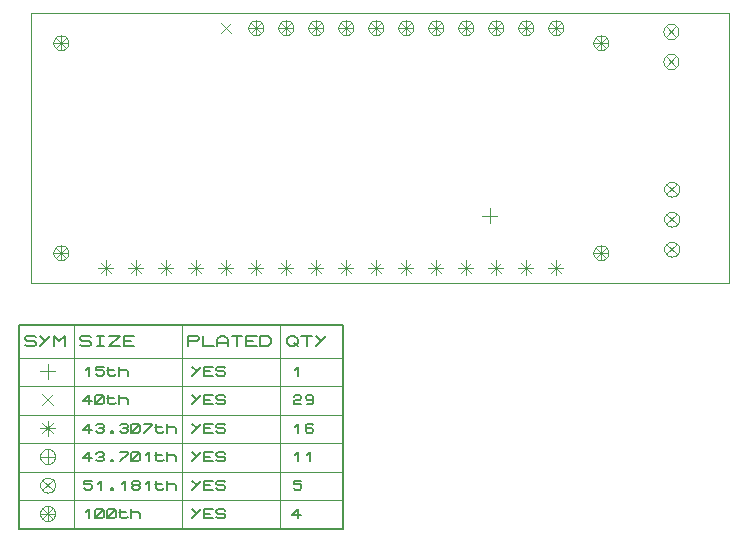
<source format=gbr>
G04 PROTEUS RS274X GERBER FILE*
%FSLAX26Y26*%
%MOIN*%
G01*
%ADD25C,0.004000*%
%ADD35C,0.005000*%
%ADD36C,0.002500*%
D25*
X+2305317Y+478530D02*
X+2305317Y+428530D01*
X+2280317Y+453530D02*
X+2330317Y+453530D01*
X+1008598Y+297496D02*
X+1043953Y+262141D01*
X+1008598Y+262141D02*
X+1043953Y+297496D01*
X+1108598Y+297496D02*
X+1143953Y+262141D01*
X+1108598Y+262141D02*
X+1143953Y+297496D01*
X+1208598Y+297496D02*
X+1243953Y+262141D01*
X+1208598Y+262141D02*
X+1243953Y+297496D01*
X+1308598Y+297496D02*
X+1343953Y+262141D01*
X+1308598Y+262141D02*
X+1343953Y+297496D01*
X+1408598Y+297496D02*
X+1443953Y+262141D01*
X+1408598Y+262141D02*
X+1443953Y+297496D01*
X+1508598Y+297496D02*
X+1543953Y+262141D01*
X+1508598Y+262141D02*
X+1543953Y+297496D01*
X+1608598Y+297496D02*
X+1643953Y+262141D01*
X+1608598Y+262141D02*
X+1643953Y+297496D01*
X+1708598Y+297496D02*
X+1743953Y+262141D01*
X+1708598Y+262141D02*
X+1743953Y+297496D01*
X+1808598Y+297496D02*
X+1843953Y+262141D01*
X+1808598Y+262141D02*
X+1843953Y+297496D01*
X+1908598Y+297496D02*
X+1943953Y+262141D01*
X+1908598Y+262141D02*
X+1943953Y+297496D01*
X+2008598Y+297496D02*
X+2043953Y+262141D01*
X+2008598Y+262141D02*
X+2043953Y+297496D01*
X+2108598Y+297496D02*
X+2143953Y+262141D01*
X+2108598Y+262141D02*
X+2143953Y+297496D01*
X+2208598Y+297496D02*
X+2243953Y+262141D01*
X+2208598Y+262141D02*
X+2243953Y+297496D01*
X+2308598Y+297496D02*
X+2343953Y+262141D01*
X+2308598Y+262141D02*
X+2343953Y+297496D01*
X+2408598Y+297496D02*
X+2443953Y+262141D01*
X+2408598Y+262141D02*
X+2443953Y+297496D01*
X+2508598Y+297496D02*
X+2543953Y+262141D01*
X+2508598Y+262141D02*
X+2543953Y+297496D01*
X+2551276Y+1079819D02*
X+2551191Y+1081884D01*
X+2550496Y+1086016D01*
X+2549042Y+1090148D01*
X+2546669Y+1094280D01*
X+2543038Y+1098367D01*
X+2538906Y+1101394D01*
X+2534774Y+1103330D01*
X+2530642Y+1104435D01*
X+2526510Y+1104818D01*
X+2526276Y+1104819D01*
X+2501276Y+1079819D02*
X+2501361Y+1081884D01*
X+2502056Y+1086016D01*
X+2503510Y+1090148D01*
X+2505883Y+1094280D01*
X+2509514Y+1098367D01*
X+2513646Y+1101394D01*
X+2517778Y+1103330D01*
X+2521910Y+1104435D01*
X+2526042Y+1104818D01*
X+2526276Y+1104819D01*
X+2501276Y+1079819D02*
X+2501361Y+1077754D01*
X+2502056Y+1073622D01*
X+2503510Y+1069490D01*
X+2505883Y+1065358D01*
X+2509514Y+1061271D01*
X+2513646Y+1058244D01*
X+2517778Y+1056308D01*
X+2521910Y+1055203D01*
X+2526042Y+1054820D01*
X+2526276Y+1054819D01*
X+2551276Y+1079819D02*
X+2551191Y+1077754D01*
X+2550496Y+1073622D01*
X+2549042Y+1069490D01*
X+2546669Y+1065358D01*
X+2543038Y+1061271D01*
X+2538906Y+1058244D01*
X+2534774Y+1056308D01*
X+2530642Y+1055203D01*
X+2526510Y+1054820D01*
X+2526276Y+1054819D01*
X+2526276Y+1104819D02*
X+2526276Y+1054819D01*
X+2501276Y+1079819D02*
X+2551276Y+1079819D01*
X+2451276Y+1079819D02*
X+2451191Y+1081884D01*
X+2450496Y+1086016D01*
X+2449042Y+1090148D01*
X+2446669Y+1094280D01*
X+2443038Y+1098367D01*
X+2438906Y+1101394D01*
X+2434774Y+1103330D01*
X+2430642Y+1104435D01*
X+2426510Y+1104818D01*
X+2426276Y+1104819D01*
X+2401276Y+1079819D02*
X+2401361Y+1081884D01*
X+2402056Y+1086016D01*
X+2403510Y+1090148D01*
X+2405883Y+1094280D01*
X+2409514Y+1098367D01*
X+2413646Y+1101394D01*
X+2417778Y+1103330D01*
X+2421910Y+1104435D01*
X+2426042Y+1104818D01*
X+2426276Y+1104819D01*
X+2401276Y+1079819D02*
X+2401361Y+1077754D01*
X+2402056Y+1073622D01*
X+2403510Y+1069490D01*
X+2405883Y+1065358D01*
X+2409514Y+1061271D01*
X+2413646Y+1058244D01*
X+2417778Y+1056308D01*
X+2421910Y+1055203D01*
X+2426042Y+1054820D01*
X+2426276Y+1054819D01*
X+2451276Y+1079819D02*
X+2451191Y+1077754D01*
X+2450496Y+1073622D01*
X+2449042Y+1069490D01*
X+2446669Y+1065358D01*
X+2443038Y+1061271D01*
X+2438906Y+1058244D01*
X+2434774Y+1056308D01*
X+2430642Y+1055203D01*
X+2426510Y+1054820D01*
X+2426276Y+1054819D01*
X+2426276Y+1104819D02*
X+2426276Y+1054819D01*
X+2401276Y+1079819D02*
X+2451276Y+1079819D01*
X+2351276Y+1079819D02*
X+2351191Y+1081884D01*
X+2350496Y+1086016D01*
X+2349042Y+1090148D01*
X+2346669Y+1094280D01*
X+2343038Y+1098367D01*
X+2338906Y+1101394D01*
X+2334774Y+1103330D01*
X+2330642Y+1104435D01*
X+2326510Y+1104818D01*
X+2326276Y+1104819D01*
X+2301276Y+1079819D02*
X+2301361Y+1081884D01*
X+2302056Y+1086016D01*
X+2303510Y+1090148D01*
X+2305883Y+1094280D01*
X+2309514Y+1098367D01*
X+2313646Y+1101394D01*
X+2317778Y+1103330D01*
X+2321910Y+1104435D01*
X+2326042Y+1104818D01*
X+2326276Y+1104819D01*
X+2301276Y+1079819D02*
X+2301361Y+1077754D01*
X+2302056Y+1073622D01*
X+2303510Y+1069490D01*
X+2305883Y+1065358D01*
X+2309514Y+1061271D01*
X+2313646Y+1058244D01*
X+2317778Y+1056308D01*
X+2321910Y+1055203D01*
X+2326042Y+1054820D01*
X+2326276Y+1054819D01*
X+2351276Y+1079819D02*
X+2351191Y+1077754D01*
X+2350496Y+1073622D01*
X+2349042Y+1069490D01*
X+2346669Y+1065358D01*
X+2343038Y+1061271D01*
X+2338906Y+1058244D01*
X+2334774Y+1056308D01*
X+2330642Y+1055203D01*
X+2326510Y+1054820D01*
X+2326276Y+1054819D01*
X+2326276Y+1104819D02*
X+2326276Y+1054819D01*
X+2301276Y+1079819D02*
X+2351276Y+1079819D01*
X+2251276Y+1079819D02*
X+2251191Y+1081884D01*
X+2250496Y+1086016D01*
X+2249042Y+1090148D01*
X+2246669Y+1094280D01*
X+2243038Y+1098367D01*
X+2238906Y+1101394D01*
X+2234774Y+1103330D01*
X+2230642Y+1104435D01*
X+2226510Y+1104818D01*
X+2226276Y+1104819D01*
X+2201276Y+1079819D02*
X+2201361Y+1081884D01*
X+2202056Y+1086016D01*
X+2203510Y+1090148D01*
X+2205883Y+1094280D01*
X+2209514Y+1098367D01*
X+2213646Y+1101394D01*
X+2217778Y+1103330D01*
X+2221910Y+1104435D01*
X+2226042Y+1104818D01*
X+2226276Y+1104819D01*
X+2201276Y+1079819D02*
X+2201361Y+1077754D01*
X+2202056Y+1073622D01*
X+2203510Y+1069490D01*
X+2205883Y+1065358D01*
X+2209514Y+1061271D01*
X+2213646Y+1058244D01*
X+2217778Y+1056308D01*
X+2221910Y+1055203D01*
X+2226042Y+1054820D01*
X+2226276Y+1054819D01*
X+2251276Y+1079819D02*
X+2251191Y+1077754D01*
X+2250496Y+1073622D01*
X+2249042Y+1069490D01*
X+2246669Y+1065358D01*
X+2243038Y+1061271D01*
X+2238906Y+1058244D01*
X+2234774Y+1056308D01*
X+2230642Y+1055203D01*
X+2226510Y+1054820D01*
X+2226276Y+1054819D01*
X+2226276Y+1104819D02*
X+2226276Y+1054819D01*
X+2201276Y+1079819D02*
X+2251276Y+1079819D01*
X+2151276Y+1079819D02*
X+2151191Y+1081884D01*
X+2150496Y+1086016D01*
X+2149042Y+1090148D01*
X+2146669Y+1094280D01*
X+2143038Y+1098367D01*
X+2138906Y+1101394D01*
X+2134774Y+1103330D01*
X+2130642Y+1104435D01*
X+2126510Y+1104818D01*
X+2126276Y+1104819D01*
X+2101276Y+1079819D02*
X+2101361Y+1081884D01*
X+2102056Y+1086016D01*
X+2103510Y+1090148D01*
X+2105883Y+1094280D01*
X+2109514Y+1098367D01*
X+2113646Y+1101394D01*
X+2117778Y+1103330D01*
X+2121910Y+1104435D01*
X+2126042Y+1104818D01*
X+2126276Y+1104819D01*
X+2101276Y+1079819D02*
X+2101361Y+1077754D01*
X+2102056Y+1073622D01*
X+2103510Y+1069490D01*
X+2105883Y+1065358D01*
X+2109514Y+1061271D01*
X+2113646Y+1058244D01*
X+2117778Y+1056308D01*
X+2121910Y+1055203D01*
X+2126042Y+1054820D01*
X+2126276Y+1054819D01*
X+2151276Y+1079819D02*
X+2151191Y+1077754D01*
X+2150496Y+1073622D01*
X+2149042Y+1069490D01*
X+2146669Y+1065358D01*
X+2143038Y+1061271D01*
X+2138906Y+1058244D01*
X+2134774Y+1056308D01*
X+2130642Y+1055203D01*
X+2126510Y+1054820D01*
X+2126276Y+1054819D01*
X+2126276Y+1104819D02*
X+2126276Y+1054819D01*
X+2101276Y+1079819D02*
X+2151276Y+1079819D01*
X+2051276Y+1079819D02*
X+2051191Y+1081884D01*
X+2050496Y+1086016D01*
X+2049042Y+1090148D01*
X+2046669Y+1094280D01*
X+2043038Y+1098367D01*
X+2038906Y+1101394D01*
X+2034774Y+1103330D01*
X+2030642Y+1104435D01*
X+2026510Y+1104818D01*
X+2026276Y+1104819D01*
X+2001276Y+1079819D02*
X+2001361Y+1081884D01*
X+2002056Y+1086016D01*
X+2003510Y+1090148D01*
X+2005883Y+1094280D01*
X+2009514Y+1098367D01*
X+2013646Y+1101394D01*
X+2017778Y+1103330D01*
X+2021910Y+1104435D01*
X+2026042Y+1104818D01*
X+2026276Y+1104819D01*
X+2001276Y+1079819D02*
X+2001361Y+1077754D01*
X+2002056Y+1073622D01*
X+2003510Y+1069490D01*
X+2005883Y+1065358D01*
X+2009514Y+1061271D01*
X+2013646Y+1058244D01*
X+2017778Y+1056308D01*
X+2021910Y+1055203D01*
X+2026042Y+1054820D01*
X+2026276Y+1054819D01*
X+2051276Y+1079819D02*
X+2051191Y+1077754D01*
X+2050496Y+1073622D01*
X+2049042Y+1069490D01*
X+2046669Y+1065358D01*
X+2043038Y+1061271D01*
X+2038906Y+1058244D01*
X+2034774Y+1056308D01*
X+2030642Y+1055203D01*
X+2026510Y+1054820D01*
X+2026276Y+1054819D01*
X+2026276Y+1104819D02*
X+2026276Y+1054819D01*
X+2001276Y+1079819D02*
X+2051276Y+1079819D01*
X+1951276Y+1079819D02*
X+1951191Y+1081884D01*
X+1950496Y+1086016D01*
X+1949042Y+1090148D01*
X+1946669Y+1094280D01*
X+1943038Y+1098367D01*
X+1938906Y+1101394D01*
X+1934774Y+1103330D01*
X+1930642Y+1104435D01*
X+1926510Y+1104818D01*
X+1926276Y+1104819D01*
X+1901276Y+1079819D02*
X+1901361Y+1081884D01*
X+1902056Y+1086016D01*
X+1903510Y+1090148D01*
X+1905883Y+1094280D01*
X+1909514Y+1098367D01*
X+1913646Y+1101394D01*
X+1917778Y+1103330D01*
X+1921910Y+1104435D01*
X+1926042Y+1104818D01*
X+1926276Y+1104819D01*
X+1901276Y+1079819D02*
X+1901361Y+1077754D01*
X+1902056Y+1073622D01*
X+1903510Y+1069490D01*
X+1905883Y+1065358D01*
X+1909514Y+1061271D01*
X+1913646Y+1058244D01*
X+1917778Y+1056308D01*
X+1921910Y+1055203D01*
X+1926042Y+1054820D01*
X+1926276Y+1054819D01*
X+1951276Y+1079819D02*
X+1951191Y+1077754D01*
X+1950496Y+1073622D01*
X+1949042Y+1069490D01*
X+1946669Y+1065358D01*
X+1943038Y+1061271D01*
X+1938906Y+1058244D01*
X+1934774Y+1056308D01*
X+1930642Y+1055203D01*
X+1926510Y+1054820D01*
X+1926276Y+1054819D01*
X+1926276Y+1104819D02*
X+1926276Y+1054819D01*
X+1901276Y+1079819D02*
X+1951276Y+1079819D01*
X+1851276Y+1079819D02*
X+1851191Y+1081884D01*
X+1850496Y+1086016D01*
X+1849042Y+1090148D01*
X+1846669Y+1094280D01*
X+1843038Y+1098367D01*
X+1838906Y+1101394D01*
X+1834774Y+1103330D01*
X+1830642Y+1104435D01*
X+1826510Y+1104818D01*
X+1826276Y+1104819D01*
X+1801276Y+1079819D02*
X+1801361Y+1081884D01*
X+1802056Y+1086016D01*
X+1803510Y+1090148D01*
X+1805883Y+1094280D01*
X+1809514Y+1098367D01*
X+1813646Y+1101394D01*
X+1817778Y+1103330D01*
X+1821910Y+1104435D01*
X+1826042Y+1104818D01*
X+1826276Y+1104819D01*
X+1801276Y+1079819D02*
X+1801361Y+1077754D01*
X+1802056Y+1073622D01*
X+1803510Y+1069490D01*
X+1805883Y+1065358D01*
X+1809514Y+1061271D01*
X+1813646Y+1058244D01*
X+1817778Y+1056308D01*
X+1821910Y+1055203D01*
X+1826042Y+1054820D01*
X+1826276Y+1054819D01*
X+1851276Y+1079819D02*
X+1851191Y+1077754D01*
X+1850496Y+1073622D01*
X+1849042Y+1069490D01*
X+1846669Y+1065358D01*
X+1843038Y+1061271D01*
X+1838906Y+1058244D01*
X+1834774Y+1056308D01*
X+1830642Y+1055203D01*
X+1826510Y+1054820D01*
X+1826276Y+1054819D01*
X+1826276Y+1104819D02*
X+1826276Y+1054819D01*
X+1801276Y+1079819D02*
X+1851276Y+1079819D01*
X+1751276Y+1079819D02*
X+1751191Y+1081884D01*
X+1750496Y+1086016D01*
X+1749042Y+1090148D01*
X+1746669Y+1094280D01*
X+1743038Y+1098367D01*
X+1738906Y+1101394D01*
X+1734774Y+1103330D01*
X+1730642Y+1104435D01*
X+1726510Y+1104818D01*
X+1726276Y+1104819D01*
X+1701276Y+1079819D02*
X+1701361Y+1081884D01*
X+1702056Y+1086016D01*
X+1703510Y+1090148D01*
X+1705883Y+1094280D01*
X+1709514Y+1098367D01*
X+1713646Y+1101394D01*
X+1717778Y+1103330D01*
X+1721910Y+1104435D01*
X+1726042Y+1104818D01*
X+1726276Y+1104819D01*
X+1701276Y+1079819D02*
X+1701361Y+1077754D01*
X+1702056Y+1073622D01*
X+1703510Y+1069490D01*
X+1705883Y+1065358D01*
X+1709514Y+1061271D01*
X+1713646Y+1058244D01*
X+1717778Y+1056308D01*
X+1721910Y+1055203D01*
X+1726042Y+1054820D01*
X+1726276Y+1054819D01*
X+1751276Y+1079819D02*
X+1751191Y+1077754D01*
X+1750496Y+1073622D01*
X+1749042Y+1069490D01*
X+1746669Y+1065358D01*
X+1743038Y+1061271D01*
X+1738906Y+1058244D01*
X+1734774Y+1056308D01*
X+1730642Y+1055203D01*
X+1726510Y+1054820D01*
X+1726276Y+1054819D01*
X+1726276Y+1104819D02*
X+1726276Y+1054819D01*
X+1701276Y+1079819D02*
X+1751276Y+1079819D01*
X+1651276Y+1079819D02*
X+1651191Y+1081884D01*
X+1650496Y+1086016D01*
X+1649042Y+1090148D01*
X+1646669Y+1094280D01*
X+1643038Y+1098367D01*
X+1638906Y+1101394D01*
X+1634774Y+1103330D01*
X+1630642Y+1104435D01*
X+1626510Y+1104818D01*
X+1626276Y+1104819D01*
X+1601276Y+1079819D02*
X+1601361Y+1081884D01*
X+1602056Y+1086016D01*
X+1603510Y+1090148D01*
X+1605883Y+1094280D01*
X+1609514Y+1098367D01*
X+1613646Y+1101394D01*
X+1617778Y+1103330D01*
X+1621910Y+1104435D01*
X+1626042Y+1104818D01*
X+1626276Y+1104819D01*
X+1601276Y+1079819D02*
X+1601361Y+1077754D01*
X+1602056Y+1073622D01*
X+1603510Y+1069490D01*
X+1605883Y+1065358D01*
X+1609514Y+1061271D01*
X+1613646Y+1058244D01*
X+1617778Y+1056308D01*
X+1621910Y+1055203D01*
X+1626042Y+1054820D01*
X+1626276Y+1054819D01*
X+1651276Y+1079819D02*
X+1651191Y+1077754D01*
X+1650496Y+1073622D01*
X+1649042Y+1069490D01*
X+1646669Y+1065358D01*
X+1643038Y+1061271D01*
X+1638906Y+1058244D01*
X+1634774Y+1056308D01*
X+1630642Y+1055203D01*
X+1626510Y+1054820D01*
X+1626276Y+1054819D01*
X+1626276Y+1104819D02*
X+1626276Y+1054819D01*
X+1601276Y+1079819D02*
X+1651276Y+1079819D01*
X+1551276Y+1079819D02*
X+1551191Y+1081884D01*
X+1550496Y+1086016D01*
X+1549042Y+1090148D01*
X+1546669Y+1094280D01*
X+1543038Y+1098367D01*
X+1538906Y+1101394D01*
X+1534774Y+1103330D01*
X+1530642Y+1104435D01*
X+1526510Y+1104818D01*
X+1526276Y+1104819D01*
X+1501276Y+1079819D02*
X+1501361Y+1081884D01*
X+1502056Y+1086016D01*
X+1503510Y+1090148D01*
X+1505883Y+1094280D01*
X+1509514Y+1098367D01*
X+1513646Y+1101394D01*
X+1517778Y+1103330D01*
X+1521910Y+1104435D01*
X+1526042Y+1104818D01*
X+1526276Y+1104819D01*
X+1501276Y+1079819D02*
X+1501361Y+1077754D01*
X+1502056Y+1073622D01*
X+1503510Y+1069490D01*
X+1505883Y+1065358D01*
X+1509514Y+1061271D01*
X+1513646Y+1058244D01*
X+1517778Y+1056308D01*
X+1521910Y+1055203D01*
X+1526042Y+1054820D01*
X+1526276Y+1054819D01*
X+1551276Y+1079819D02*
X+1551191Y+1077754D01*
X+1550496Y+1073622D01*
X+1549042Y+1069490D01*
X+1546669Y+1065358D01*
X+1543038Y+1061271D01*
X+1538906Y+1058244D01*
X+1534774Y+1056308D01*
X+1530642Y+1055203D01*
X+1526510Y+1054820D01*
X+1526276Y+1054819D01*
X+1526276Y+1104819D02*
X+1526276Y+1054819D01*
X+1501276Y+1079819D02*
X+1551276Y+1079819D01*
X+1408598Y+1097496D02*
X+1443953Y+1062141D01*
X+1408598Y+1062141D02*
X+1443953Y+1097496D01*
X+901276Y+329819D02*
X+901191Y+331884D01*
X+900496Y+336016D01*
X+899042Y+340148D01*
X+896669Y+344280D01*
X+893038Y+348367D01*
X+888906Y+351394D01*
X+884774Y+353330D01*
X+880642Y+354435D01*
X+876510Y+354818D01*
X+876276Y+354819D01*
X+851276Y+329819D02*
X+851361Y+331884D01*
X+852056Y+336016D01*
X+853510Y+340148D01*
X+855883Y+344280D01*
X+859514Y+348367D01*
X+863646Y+351394D01*
X+867778Y+353330D01*
X+871910Y+354435D01*
X+876042Y+354818D01*
X+876276Y+354819D01*
X+851276Y+329819D02*
X+851361Y+327754D01*
X+852056Y+323622D01*
X+853510Y+319490D01*
X+855883Y+315358D01*
X+859514Y+311271D01*
X+863646Y+308244D01*
X+867778Y+306308D01*
X+871910Y+305203D01*
X+876042Y+304820D01*
X+876276Y+304819D01*
X+901276Y+329819D02*
X+901191Y+327754D01*
X+900496Y+323622D01*
X+899042Y+319490D01*
X+896669Y+315358D01*
X+893038Y+311271D01*
X+888906Y+308244D01*
X+884774Y+306308D01*
X+880642Y+305203D01*
X+876510Y+304820D01*
X+876276Y+304819D01*
X+876276Y+354819D02*
X+876276Y+304819D01*
X+851276Y+329819D02*
X+901276Y+329819D01*
X+901191Y+331884D01*
X+900496Y+336016D01*
X+899042Y+340148D01*
X+896669Y+344280D01*
X+893038Y+348367D01*
X+888906Y+351394D01*
X+884774Y+353330D01*
X+880642Y+354435D01*
X+876510Y+354818D01*
X+876276Y+354819D01*
X+851276Y+329819D02*
X+851361Y+331884D01*
X+852056Y+336016D01*
X+853510Y+340148D01*
X+855883Y+344280D01*
X+859514Y+348367D01*
X+863646Y+351394D01*
X+867778Y+353330D01*
X+871910Y+354435D01*
X+876042Y+354818D01*
X+876276Y+354819D01*
X+851276Y+329819D02*
X+851361Y+327754D01*
X+852056Y+323622D01*
X+853510Y+319490D01*
X+855883Y+315358D01*
X+859514Y+311271D01*
X+863646Y+308244D01*
X+867778Y+306308D01*
X+871910Y+305203D01*
X+876042Y+304820D01*
X+876276Y+304819D01*
X+901276Y+329819D02*
X+901191Y+327754D01*
X+900496Y+323622D01*
X+899042Y+319490D01*
X+896669Y+315358D01*
X+893038Y+311271D01*
X+888906Y+308244D01*
X+884774Y+306308D01*
X+880642Y+305203D01*
X+876510Y+304820D01*
X+876276Y+304819D01*
X+858598Y+347496D02*
X+893953Y+312141D01*
X+858598Y+312141D02*
X+893953Y+347496D01*
X+901276Y+1029819D02*
X+901191Y+1031884D01*
X+900496Y+1036016D01*
X+899042Y+1040148D01*
X+896669Y+1044280D01*
X+893038Y+1048367D01*
X+888906Y+1051394D01*
X+884774Y+1053330D01*
X+880642Y+1054435D01*
X+876510Y+1054818D01*
X+876276Y+1054819D01*
X+851276Y+1029819D02*
X+851361Y+1031884D01*
X+852056Y+1036016D01*
X+853510Y+1040148D01*
X+855883Y+1044280D01*
X+859514Y+1048367D01*
X+863646Y+1051394D01*
X+867778Y+1053330D01*
X+871910Y+1054435D01*
X+876042Y+1054818D01*
X+876276Y+1054819D01*
X+851276Y+1029819D02*
X+851361Y+1027754D01*
X+852056Y+1023622D01*
X+853510Y+1019490D01*
X+855883Y+1015358D01*
X+859514Y+1011271D01*
X+863646Y+1008244D01*
X+867778Y+1006308D01*
X+871910Y+1005203D01*
X+876042Y+1004820D01*
X+876276Y+1004819D01*
X+901276Y+1029819D02*
X+901191Y+1027754D01*
X+900496Y+1023622D01*
X+899042Y+1019490D01*
X+896669Y+1015358D01*
X+893038Y+1011271D01*
X+888906Y+1008244D01*
X+884774Y+1006308D01*
X+880642Y+1005203D01*
X+876510Y+1004820D01*
X+876276Y+1004819D01*
X+876276Y+1054819D02*
X+876276Y+1004819D01*
X+851276Y+1029819D02*
X+901276Y+1029819D01*
X+901191Y+1031884D01*
X+900496Y+1036016D01*
X+899042Y+1040148D01*
X+896669Y+1044280D01*
X+893038Y+1048367D01*
X+888906Y+1051394D01*
X+884774Y+1053330D01*
X+880642Y+1054435D01*
X+876510Y+1054818D01*
X+876276Y+1054819D01*
X+851276Y+1029819D02*
X+851361Y+1031884D01*
X+852056Y+1036016D01*
X+853510Y+1040148D01*
X+855883Y+1044280D01*
X+859514Y+1048367D01*
X+863646Y+1051394D01*
X+867778Y+1053330D01*
X+871910Y+1054435D01*
X+876042Y+1054818D01*
X+876276Y+1054819D01*
X+851276Y+1029819D02*
X+851361Y+1027754D01*
X+852056Y+1023622D01*
X+853510Y+1019490D01*
X+855883Y+1015358D01*
X+859514Y+1011271D01*
X+863646Y+1008244D01*
X+867778Y+1006308D01*
X+871910Y+1005203D01*
X+876042Y+1004820D01*
X+876276Y+1004819D01*
X+901276Y+1029819D02*
X+901191Y+1027754D01*
X+900496Y+1023622D01*
X+899042Y+1019490D01*
X+896669Y+1015358D01*
X+893038Y+1011271D01*
X+888906Y+1008244D01*
X+884774Y+1006308D01*
X+880642Y+1005203D01*
X+876510Y+1004820D01*
X+876276Y+1004819D01*
X+858598Y+1047496D02*
X+893953Y+1012141D01*
X+858598Y+1012141D02*
X+893953Y+1047496D01*
X+2701276Y+329819D02*
X+2701191Y+331884D01*
X+2700496Y+336016D01*
X+2699042Y+340148D01*
X+2696669Y+344280D01*
X+2693038Y+348367D01*
X+2688906Y+351394D01*
X+2684774Y+353330D01*
X+2680642Y+354435D01*
X+2676510Y+354818D01*
X+2676276Y+354819D01*
X+2651276Y+329819D02*
X+2651361Y+331884D01*
X+2652056Y+336016D01*
X+2653510Y+340148D01*
X+2655883Y+344280D01*
X+2659514Y+348367D01*
X+2663646Y+351394D01*
X+2667778Y+353330D01*
X+2671910Y+354435D01*
X+2676042Y+354818D01*
X+2676276Y+354819D01*
X+2651276Y+329819D02*
X+2651361Y+327754D01*
X+2652056Y+323622D01*
X+2653510Y+319490D01*
X+2655883Y+315358D01*
X+2659514Y+311271D01*
X+2663646Y+308244D01*
X+2667778Y+306308D01*
X+2671910Y+305203D01*
X+2676042Y+304820D01*
X+2676276Y+304819D01*
X+2701276Y+329819D02*
X+2701191Y+327754D01*
X+2700496Y+323622D01*
X+2699042Y+319490D01*
X+2696669Y+315358D01*
X+2693038Y+311271D01*
X+2688906Y+308244D01*
X+2684774Y+306308D01*
X+2680642Y+305203D01*
X+2676510Y+304820D01*
X+2676276Y+304819D01*
X+2676276Y+354819D02*
X+2676276Y+304819D01*
X+2651276Y+329819D02*
X+2701276Y+329819D01*
X+2701191Y+331884D01*
X+2700496Y+336016D01*
X+2699042Y+340148D01*
X+2696669Y+344280D01*
X+2693038Y+348367D01*
X+2688906Y+351394D01*
X+2684774Y+353330D01*
X+2680642Y+354435D01*
X+2676510Y+354818D01*
X+2676276Y+354819D01*
X+2651276Y+329819D02*
X+2651361Y+331884D01*
X+2652056Y+336016D01*
X+2653510Y+340148D01*
X+2655883Y+344280D01*
X+2659514Y+348367D01*
X+2663646Y+351394D01*
X+2667778Y+353330D01*
X+2671910Y+354435D01*
X+2676042Y+354818D01*
X+2676276Y+354819D01*
X+2651276Y+329819D02*
X+2651361Y+327754D01*
X+2652056Y+323622D01*
X+2653510Y+319490D01*
X+2655883Y+315358D01*
X+2659514Y+311271D01*
X+2663646Y+308244D01*
X+2667778Y+306308D01*
X+2671910Y+305203D01*
X+2676042Y+304820D01*
X+2676276Y+304819D01*
X+2701276Y+329819D02*
X+2701191Y+327754D01*
X+2700496Y+323622D01*
X+2699042Y+319490D01*
X+2696669Y+315358D01*
X+2693038Y+311271D01*
X+2688906Y+308244D01*
X+2684774Y+306308D01*
X+2680642Y+305203D01*
X+2676510Y+304820D01*
X+2676276Y+304819D01*
X+2658598Y+347496D02*
X+2693953Y+312141D01*
X+2658598Y+312141D02*
X+2693953Y+347496D01*
X+2701276Y+1029819D02*
X+2701191Y+1031884D01*
X+2700496Y+1036016D01*
X+2699042Y+1040148D01*
X+2696669Y+1044280D01*
X+2693038Y+1048367D01*
X+2688906Y+1051394D01*
X+2684774Y+1053330D01*
X+2680642Y+1054435D01*
X+2676510Y+1054818D01*
X+2676276Y+1054819D01*
X+2651276Y+1029819D02*
X+2651361Y+1031884D01*
X+2652056Y+1036016D01*
X+2653510Y+1040148D01*
X+2655883Y+1044280D01*
X+2659514Y+1048367D01*
X+2663646Y+1051394D01*
X+2667778Y+1053330D01*
X+2671910Y+1054435D01*
X+2676042Y+1054818D01*
X+2676276Y+1054819D01*
X+2651276Y+1029819D02*
X+2651361Y+1027754D01*
X+2652056Y+1023622D01*
X+2653510Y+1019490D01*
X+2655883Y+1015358D01*
X+2659514Y+1011271D01*
X+2663646Y+1008244D01*
X+2667778Y+1006308D01*
X+2671910Y+1005203D01*
X+2676042Y+1004820D01*
X+2676276Y+1004819D01*
X+2701276Y+1029819D02*
X+2701191Y+1027754D01*
X+2700496Y+1023622D01*
X+2699042Y+1019490D01*
X+2696669Y+1015358D01*
X+2693038Y+1011271D01*
X+2688906Y+1008244D01*
X+2684774Y+1006308D01*
X+2680642Y+1005203D01*
X+2676510Y+1004820D01*
X+2676276Y+1004819D01*
X+2676276Y+1054819D02*
X+2676276Y+1004819D01*
X+2651276Y+1029819D02*
X+2701276Y+1029819D01*
X+2701191Y+1031884D01*
X+2700496Y+1036016D01*
X+2699042Y+1040148D01*
X+2696669Y+1044280D01*
X+2693038Y+1048367D01*
X+2688906Y+1051394D01*
X+2684774Y+1053330D01*
X+2680642Y+1054435D01*
X+2676510Y+1054818D01*
X+2676276Y+1054819D01*
X+2651276Y+1029819D02*
X+2651361Y+1031884D01*
X+2652056Y+1036016D01*
X+2653510Y+1040148D01*
X+2655883Y+1044280D01*
X+2659514Y+1048367D01*
X+2663646Y+1051394D01*
X+2667778Y+1053330D01*
X+2671910Y+1054435D01*
X+2676042Y+1054818D01*
X+2676276Y+1054819D01*
X+2651276Y+1029819D02*
X+2651361Y+1027754D01*
X+2652056Y+1023622D01*
X+2653510Y+1019490D01*
X+2655883Y+1015358D01*
X+2659514Y+1011271D01*
X+2663646Y+1008244D01*
X+2667778Y+1006308D01*
X+2671910Y+1005203D01*
X+2676042Y+1004820D01*
X+2676276Y+1004819D01*
X+2701276Y+1029819D02*
X+2701191Y+1027754D01*
X+2700496Y+1023622D01*
X+2699042Y+1019490D01*
X+2696669Y+1015358D01*
X+2693038Y+1011271D01*
X+2688906Y+1008244D01*
X+2684774Y+1006308D01*
X+2680642Y+1005203D01*
X+2676510Y+1004820D01*
X+2676276Y+1004819D01*
X+2658598Y+1047496D02*
X+2693953Y+1012141D01*
X+2658598Y+1012141D02*
X+2693953Y+1047496D01*
X+2508598Y+1097008D02*
X+2543953Y+1061653D01*
X+2508598Y+1061653D02*
X+2543953Y+1097008D01*
X+2408598Y+1097008D02*
X+2443953Y+1061653D01*
X+2408598Y+1061653D02*
X+2443953Y+1097008D01*
X+2308598Y+1097008D02*
X+2343953Y+1061653D01*
X+2308598Y+1061653D02*
X+2343953Y+1097008D01*
X+2208598Y+1097008D02*
X+2243953Y+1061653D01*
X+2208598Y+1061653D02*
X+2243953Y+1097008D01*
X+2108598Y+1097008D02*
X+2143953Y+1061653D01*
X+2108598Y+1061653D02*
X+2143953Y+1097008D01*
X+2008598Y+1097008D02*
X+2043953Y+1061653D01*
X+2008598Y+1061653D02*
X+2043953Y+1097008D01*
X+1908598Y+1097008D02*
X+1943953Y+1061653D01*
X+1908598Y+1061653D02*
X+1943953Y+1097008D01*
X+1808598Y+1097008D02*
X+1843953Y+1061653D01*
X+1808598Y+1061653D02*
X+1843953Y+1097008D01*
X+1708598Y+1097008D02*
X+1743953Y+1061653D01*
X+1708598Y+1061653D02*
X+1743953Y+1097008D01*
X+1608598Y+1097008D02*
X+1643953Y+1061653D01*
X+1608598Y+1061653D02*
X+1643953Y+1097008D01*
X+1508598Y+1097008D02*
X+1543953Y+1061653D01*
X+1508598Y+1061653D02*
X+1543953Y+1097008D01*
X+1408598Y+1097008D02*
X+1443953Y+1061653D01*
X+1408598Y+1061653D02*
X+1443953Y+1097008D01*
X+2934653Y+967874D02*
X+2934568Y+969939D01*
X+2933873Y+974071D01*
X+2932419Y+978203D01*
X+2930046Y+982335D01*
X+2926415Y+986422D01*
X+2922283Y+989449D01*
X+2918151Y+991385D01*
X+2914019Y+992490D01*
X+2909887Y+992873D01*
X+2909653Y+992874D01*
X+2884653Y+967874D02*
X+2884738Y+969939D01*
X+2885433Y+974071D01*
X+2886887Y+978203D01*
X+2889260Y+982335D01*
X+2892891Y+986422D01*
X+2897023Y+989449D01*
X+2901155Y+991385D01*
X+2905287Y+992490D01*
X+2909419Y+992873D01*
X+2909653Y+992874D01*
X+2884653Y+967874D02*
X+2884738Y+965809D01*
X+2885433Y+961677D01*
X+2886887Y+957545D01*
X+2889260Y+953413D01*
X+2892891Y+949326D01*
X+2897023Y+946299D01*
X+2901155Y+944363D01*
X+2905287Y+943258D01*
X+2909419Y+942875D01*
X+2909653Y+942874D01*
X+2934653Y+967874D02*
X+2934568Y+965809D01*
X+2933873Y+961677D01*
X+2932419Y+957545D01*
X+2930046Y+953413D01*
X+2926415Y+949326D01*
X+2922283Y+946299D01*
X+2918151Y+944363D01*
X+2914019Y+943258D01*
X+2909887Y+942875D01*
X+2909653Y+942874D01*
X+2891976Y+985552D02*
X+2927331Y+950196D01*
X+2891976Y+950196D02*
X+2927331Y+985552D01*
X+2934653Y+1067874D02*
X+2934568Y+1069939D01*
X+2933873Y+1074071D01*
X+2932419Y+1078203D01*
X+2930046Y+1082335D01*
X+2926415Y+1086422D01*
X+2922283Y+1089449D01*
X+2918151Y+1091385D01*
X+2914019Y+1092490D01*
X+2909887Y+1092873D01*
X+2909653Y+1092874D01*
X+2884653Y+1067874D02*
X+2884738Y+1069939D01*
X+2885433Y+1074071D01*
X+2886887Y+1078203D01*
X+2889260Y+1082335D01*
X+2892891Y+1086422D01*
X+2897023Y+1089449D01*
X+2901155Y+1091385D01*
X+2905287Y+1092490D01*
X+2909419Y+1092873D01*
X+2909653Y+1092874D01*
X+2884653Y+1067874D02*
X+2884738Y+1065809D01*
X+2885433Y+1061677D01*
X+2886887Y+1057545D01*
X+2889260Y+1053413D01*
X+2892891Y+1049326D01*
X+2897023Y+1046299D01*
X+2901155Y+1044363D01*
X+2905287Y+1043258D01*
X+2909419Y+1042875D01*
X+2909653Y+1042874D01*
X+2934653Y+1067874D02*
X+2934568Y+1065809D01*
X+2933873Y+1061677D01*
X+2932419Y+1057545D01*
X+2930046Y+1053413D01*
X+2926415Y+1049326D01*
X+2922283Y+1046299D01*
X+2918151Y+1044363D01*
X+2914019Y+1043258D01*
X+2909887Y+1042875D01*
X+2909653Y+1042874D01*
X+2891976Y+1085552D02*
X+2927331Y+1050196D01*
X+2891976Y+1050196D02*
X+2927331Y+1085552D01*
X+2937149Y+342583D02*
X+2937064Y+344648D01*
X+2936369Y+348780D01*
X+2934915Y+352912D01*
X+2932542Y+357044D01*
X+2928911Y+361131D01*
X+2924779Y+364158D01*
X+2920647Y+366094D01*
X+2916515Y+367199D01*
X+2912383Y+367582D01*
X+2912149Y+367583D01*
X+2887149Y+342583D02*
X+2887234Y+344648D01*
X+2887929Y+348780D01*
X+2889383Y+352912D01*
X+2891756Y+357044D01*
X+2895387Y+361131D01*
X+2899519Y+364158D01*
X+2903651Y+366094D01*
X+2907783Y+367199D01*
X+2911915Y+367582D01*
X+2912149Y+367583D01*
X+2887149Y+342583D02*
X+2887234Y+340518D01*
X+2887929Y+336386D01*
X+2889383Y+332254D01*
X+2891756Y+328122D01*
X+2895387Y+324035D01*
X+2899519Y+321008D01*
X+2903651Y+319072D01*
X+2907783Y+317967D01*
X+2911915Y+317584D01*
X+2912149Y+317583D01*
X+2937149Y+342583D02*
X+2937064Y+340518D01*
X+2936369Y+336386D01*
X+2934915Y+332254D01*
X+2932542Y+328122D01*
X+2928911Y+324035D01*
X+2924779Y+321008D01*
X+2920647Y+319072D01*
X+2916515Y+317967D01*
X+2912383Y+317584D01*
X+2912149Y+317583D01*
X+2894472Y+360260D02*
X+2929827Y+324905D01*
X+2894472Y+324905D02*
X+2929827Y+360260D01*
X+2937149Y+442583D02*
X+2937064Y+444648D01*
X+2936369Y+448780D01*
X+2934915Y+452912D01*
X+2932542Y+457044D01*
X+2928911Y+461131D01*
X+2924779Y+464158D01*
X+2920647Y+466094D01*
X+2916515Y+467199D01*
X+2912383Y+467582D01*
X+2912149Y+467583D01*
X+2887149Y+442583D02*
X+2887234Y+444648D01*
X+2887929Y+448780D01*
X+2889383Y+452912D01*
X+2891756Y+457044D01*
X+2895387Y+461131D01*
X+2899519Y+464158D01*
X+2903651Y+466094D01*
X+2907783Y+467199D01*
X+2911915Y+467582D01*
X+2912149Y+467583D01*
X+2887149Y+442583D02*
X+2887234Y+440518D01*
X+2887929Y+436386D01*
X+2889383Y+432254D01*
X+2891756Y+428122D01*
X+2895387Y+424035D01*
X+2899519Y+421008D01*
X+2903651Y+419072D01*
X+2907783Y+417967D01*
X+2911915Y+417584D01*
X+2912149Y+417583D01*
X+2937149Y+442583D02*
X+2937064Y+440518D01*
X+2936369Y+436386D01*
X+2934915Y+432254D01*
X+2932542Y+428122D01*
X+2928911Y+424035D01*
X+2924779Y+421008D01*
X+2920647Y+419072D01*
X+2916515Y+417967D01*
X+2912383Y+417584D01*
X+2912149Y+417583D01*
X+2894472Y+460260D02*
X+2929827Y+424905D01*
X+2894472Y+424905D02*
X+2929827Y+460260D01*
X+2937149Y+542583D02*
X+2937064Y+544648D01*
X+2936369Y+548780D01*
X+2934915Y+552912D01*
X+2932542Y+557044D01*
X+2928911Y+561131D01*
X+2924779Y+564158D01*
X+2920647Y+566094D01*
X+2916515Y+567199D01*
X+2912383Y+567582D01*
X+2912149Y+567583D01*
X+2887149Y+542583D02*
X+2887234Y+544648D01*
X+2887929Y+548780D01*
X+2889383Y+552912D01*
X+2891756Y+557044D01*
X+2895387Y+561131D01*
X+2899519Y+564158D01*
X+2903651Y+566094D01*
X+2907783Y+567199D01*
X+2911915Y+567582D01*
X+2912149Y+567583D01*
X+2887149Y+542583D02*
X+2887234Y+540518D01*
X+2887929Y+536386D01*
X+2889383Y+532254D01*
X+2891756Y+528122D01*
X+2895387Y+524035D01*
X+2899519Y+521008D01*
X+2903651Y+519072D01*
X+2907783Y+517967D01*
X+2911915Y+517584D01*
X+2912149Y+517583D01*
X+2937149Y+542583D02*
X+2937064Y+540518D01*
X+2936369Y+536386D01*
X+2934915Y+532254D01*
X+2932542Y+528122D01*
X+2928911Y+524035D01*
X+2924779Y+521008D01*
X+2920647Y+519072D01*
X+2916515Y+517967D01*
X+2912383Y+517584D01*
X+2912149Y+517583D01*
X+2894472Y+560260D02*
X+2929827Y+524905D01*
X+2894472Y+524905D02*
X+2929827Y+560260D01*
X+1026276Y+304819D02*
X+1026276Y+254819D01*
X+1001276Y+279819D02*
X+1051276Y+279819D01*
X+1008598Y+297496D02*
X+1043953Y+262141D01*
X+1008598Y+262141D02*
X+1043953Y+297496D01*
X+1126276Y+304819D02*
X+1126276Y+254819D01*
X+1101276Y+279819D02*
X+1151276Y+279819D01*
X+1108598Y+297496D02*
X+1143953Y+262141D01*
X+1108598Y+262141D02*
X+1143953Y+297496D01*
X+1226276Y+304819D02*
X+1226276Y+254819D01*
X+1201276Y+279819D02*
X+1251276Y+279819D01*
X+1208598Y+297496D02*
X+1243953Y+262141D01*
X+1208598Y+262141D02*
X+1243953Y+297496D01*
X+1326276Y+304819D02*
X+1326276Y+254819D01*
X+1301276Y+279819D02*
X+1351276Y+279819D01*
X+1308598Y+297496D02*
X+1343953Y+262141D01*
X+1308598Y+262141D02*
X+1343953Y+297496D01*
X+1426276Y+304819D02*
X+1426276Y+254819D01*
X+1401276Y+279819D02*
X+1451276Y+279819D01*
X+1408598Y+297496D02*
X+1443953Y+262141D01*
X+1408598Y+262141D02*
X+1443953Y+297496D01*
X+1526276Y+304819D02*
X+1526276Y+254819D01*
X+1501276Y+279819D02*
X+1551276Y+279819D01*
X+1508598Y+297496D02*
X+1543953Y+262141D01*
X+1508598Y+262141D02*
X+1543953Y+297496D01*
X+1626276Y+304819D02*
X+1626276Y+254819D01*
X+1601276Y+279819D02*
X+1651276Y+279819D01*
X+1608598Y+297496D02*
X+1643953Y+262141D01*
X+1608598Y+262141D02*
X+1643953Y+297496D01*
X+1726276Y+304819D02*
X+1726276Y+254819D01*
X+1701276Y+279819D02*
X+1751276Y+279819D01*
X+1708598Y+297496D02*
X+1743953Y+262141D01*
X+1708598Y+262141D02*
X+1743953Y+297496D01*
X+1826276Y+304819D02*
X+1826276Y+254819D01*
X+1801276Y+279819D02*
X+1851276Y+279819D01*
X+1808598Y+297496D02*
X+1843953Y+262141D01*
X+1808598Y+262141D02*
X+1843953Y+297496D01*
X+1926276Y+304819D02*
X+1926276Y+254819D01*
X+1901276Y+279819D02*
X+1951276Y+279819D01*
X+1908598Y+297496D02*
X+1943953Y+262141D01*
X+1908598Y+262141D02*
X+1943953Y+297496D01*
X+2026276Y+304819D02*
X+2026276Y+254819D01*
X+2001276Y+279819D02*
X+2051276Y+279819D01*
X+2008598Y+297496D02*
X+2043953Y+262141D01*
X+2008598Y+262141D02*
X+2043953Y+297496D01*
X+2126276Y+304819D02*
X+2126276Y+254819D01*
X+2101276Y+279819D02*
X+2151276Y+279819D01*
X+2108598Y+297496D02*
X+2143953Y+262141D01*
X+2108598Y+262141D02*
X+2143953Y+297496D01*
X+2226276Y+304819D02*
X+2226276Y+254819D01*
X+2201276Y+279819D02*
X+2251276Y+279819D01*
X+2208598Y+297496D02*
X+2243953Y+262141D01*
X+2208598Y+262141D02*
X+2243953Y+297496D01*
X+2326276Y+304819D02*
X+2326276Y+254819D01*
X+2301276Y+279819D02*
X+2351276Y+279819D01*
X+2308598Y+297496D02*
X+2343953Y+262141D01*
X+2308598Y+262141D02*
X+2343953Y+297496D01*
X+2426276Y+304819D02*
X+2426276Y+254819D01*
X+2401276Y+279819D02*
X+2451276Y+279819D01*
X+2408598Y+297496D02*
X+2443953Y+262141D01*
X+2408598Y+262141D02*
X+2443953Y+297496D01*
X+2526276Y+304819D02*
X+2526276Y+254819D01*
X+2501276Y+279819D02*
X+2551276Y+279819D01*
X+2508598Y+297496D02*
X+2543953Y+262141D01*
X+2508598Y+262141D02*
X+2543953Y+297496D01*
X+775591Y+228346D02*
X+3102362Y+228346D01*
X+3102362Y+1129921D01*
X+775591Y+1129921D01*
X+775591Y+228346D01*
D35*
X+734937Y-591520D02*
X+1815937Y-591520D01*
X+1815937Y+88480D01*
X+734937Y+88480D01*
X+734937Y-591520D01*
D36*
X+918938Y+88480D02*
X+918938Y-591520D01*
X+1278938Y+88480D02*
X+1278938Y-591520D01*
X+1606938Y+88480D02*
X+1606938Y-591520D01*
X+734937Y-19020D02*
X+1815937Y-19020D01*
X+734937Y-114020D02*
X+1815937Y-114020D01*
X+734937Y-209020D02*
X+1815937Y-209020D01*
X+734937Y-304020D02*
X+1815937Y-304020D01*
X+734937Y-399020D02*
X+1815937Y-399020D01*
X+734937Y-494020D02*
X+1815937Y-494020D01*
D35*
X+757437Y+23980D02*
X+763437Y+17980D01*
X+787437Y+17980D01*
X+793437Y+23980D01*
X+793437Y+29980D01*
X+787437Y+35980D01*
X+763437Y+35980D01*
X+757437Y+41980D01*
X+757437Y+47980D01*
X+763437Y+53980D01*
X+787437Y+53980D01*
X+793437Y+47980D01*
X+841437Y+53980D02*
X+805437Y+17980D01*
X+805437Y+53980D02*
X+823437Y+35980D01*
X+853437Y+17980D02*
X+853437Y+53980D01*
X+871437Y+35980D01*
X+889437Y+53980D01*
X+889437Y+17980D01*
X+941437Y+23980D02*
X+947437Y+17980D01*
X+971437Y+17980D01*
X+977437Y+23980D01*
X+977437Y+29980D01*
X+971437Y+35980D01*
X+947437Y+35980D01*
X+941437Y+41980D01*
X+941437Y+47980D01*
X+947437Y+53980D01*
X+971437Y+53980D01*
X+977437Y+47980D01*
X+995437Y+53980D02*
X+1019437Y+53980D01*
X+1007437Y+53980D02*
X+1007437Y+17980D01*
X+995437Y+17980D02*
X+1019437Y+17980D01*
X+1037437Y+53980D02*
X+1073437Y+53980D01*
X+1037437Y+17980D01*
X+1073437Y+17980D01*
X+1121437Y+17980D02*
X+1085437Y+17980D01*
X+1085437Y+53980D01*
X+1121437Y+53980D01*
X+1085437Y+35980D02*
X+1109437Y+35980D01*
X+1301437Y+17980D02*
X+1301437Y+53980D01*
X+1331437Y+53980D01*
X+1337437Y+47980D01*
X+1337437Y+41980D01*
X+1331437Y+35980D01*
X+1301437Y+35980D01*
X+1349437Y+53980D02*
X+1349437Y+17980D01*
X+1385437Y+17980D01*
X+1397437Y+17980D02*
X+1397437Y+41980D01*
X+1409437Y+53980D01*
X+1421437Y+53980D01*
X+1433437Y+41980D01*
X+1433437Y+17980D01*
X+1397437Y+29980D02*
X+1433437Y+29980D01*
X+1445437Y+53980D02*
X+1481437Y+53980D01*
X+1463437Y+53980D02*
X+1463437Y+17980D01*
X+1529437Y+17980D02*
X+1493437Y+17980D01*
X+1493437Y+53980D01*
X+1529437Y+53980D01*
X+1493437Y+35980D02*
X+1517437Y+35980D01*
X+1541437Y+17980D02*
X+1541437Y+53980D01*
X+1565437Y+53980D01*
X+1577437Y+41980D01*
X+1577437Y+29980D01*
X+1565437Y+17980D01*
X+1541437Y+17980D01*
X+1629437Y+41980D02*
X+1641437Y+53980D01*
X+1653437Y+53980D01*
X+1665437Y+41980D01*
X+1665437Y+29980D01*
X+1653437Y+17980D01*
X+1641437Y+17980D01*
X+1629437Y+29980D01*
X+1629437Y+41980D01*
X+1653437Y+29980D02*
X+1665437Y+17980D01*
X+1677437Y+53980D02*
X+1713437Y+53980D01*
X+1695437Y+53980D02*
X+1695437Y+17980D01*
X+1761437Y+53980D02*
X+1725437Y+17980D01*
X+1725437Y+53980D02*
X+1743437Y+35980D01*
D25*
X+831937Y-39020D02*
X+831937Y-89020D01*
X+806937Y-64020D02*
X+856937Y-64020D01*
D35*
X+958937Y-59020D02*
X+968937Y-49020D01*
X+968937Y-79020D01*
X+1018937Y-49020D02*
X+993937Y-49020D01*
X+993937Y-59020D01*
X+1013937Y-59020D01*
X+1018937Y-64020D01*
X+1018937Y-74020D01*
X+1013937Y-79020D01*
X+998937Y-79020D01*
X+993937Y-74020D01*
X+1033937Y-49020D02*
X+1033937Y-74020D01*
X+1038937Y-79020D01*
X+1053937Y-79020D01*
X+1058937Y-74020D01*
X+1028937Y-59020D02*
X+1053937Y-59020D01*
X+1098937Y-79020D02*
X+1098937Y-64020D01*
X+1093937Y-59020D01*
X+1073937Y-59020D01*
X+1068937Y-64020D01*
X+1068937Y-49020D02*
X+1068937Y-79020D01*
X+1343937Y-49020D02*
X+1313937Y-79020D01*
X+1313937Y-49020D02*
X+1328937Y-64020D01*
X+1383937Y-79020D02*
X+1353937Y-79020D01*
X+1353937Y-49020D01*
X+1383937Y-49020D01*
X+1353937Y-64020D02*
X+1373937Y-64020D01*
X+1393937Y-74020D02*
X+1398937Y-79020D01*
X+1418937Y-79020D01*
X+1423937Y-74020D01*
X+1423937Y-69020D01*
X+1418937Y-64020D01*
X+1398937Y-64020D01*
X+1393937Y-59020D01*
X+1393937Y-54020D01*
X+1398937Y-49020D01*
X+1418937Y-49020D01*
X+1423937Y-54020D01*
X+1656937Y-59020D02*
X+1666937Y-49020D01*
X+1666937Y-79020D01*
D25*
X+814259Y-141342D02*
X+849615Y-176697D01*
X+814259Y-176697D02*
X+849615Y-141342D01*
D35*
X+978937Y-164020D02*
X+948937Y-164020D01*
X+968937Y-144020D01*
X+968937Y-174020D01*
X+988937Y-169020D02*
X+988937Y-149020D01*
X+993937Y-144020D01*
X+1013937Y-144020D01*
X+1018937Y-149020D01*
X+1018937Y-169020D01*
X+1013937Y-174020D01*
X+993937Y-174020D01*
X+988937Y-169020D01*
X+988937Y-174020D02*
X+1018937Y-144020D01*
X+1033937Y-144020D02*
X+1033937Y-169020D01*
X+1038937Y-174020D01*
X+1053937Y-174020D01*
X+1058937Y-169020D01*
X+1028937Y-154020D02*
X+1053937Y-154020D01*
X+1098937Y-174020D02*
X+1098937Y-159020D01*
X+1093937Y-154020D01*
X+1073937Y-154020D01*
X+1068937Y-159020D01*
X+1068937Y-144020D02*
X+1068937Y-174020D01*
X+1343937Y-144020D02*
X+1313937Y-174020D01*
X+1313937Y-144020D02*
X+1328937Y-159020D01*
X+1383937Y-174020D02*
X+1353937Y-174020D01*
X+1353937Y-144020D01*
X+1383937Y-144020D01*
X+1353937Y-159020D02*
X+1373937Y-159020D01*
X+1393937Y-169020D02*
X+1398937Y-174020D01*
X+1418937Y-174020D01*
X+1423937Y-169020D01*
X+1423937Y-164020D01*
X+1418937Y-159020D01*
X+1398937Y-159020D01*
X+1393937Y-154020D01*
X+1393937Y-149020D01*
X+1398937Y-144020D01*
X+1418937Y-144020D01*
X+1423937Y-149020D01*
X+1651937Y-149020D02*
X+1656937Y-144020D01*
X+1671937Y-144020D01*
X+1676937Y-149020D01*
X+1676937Y-154020D01*
X+1671937Y-159020D01*
X+1656937Y-159020D01*
X+1651937Y-164020D01*
X+1651937Y-174020D01*
X+1676937Y-174020D01*
X+1716937Y-154020D02*
X+1711937Y-159020D01*
X+1696937Y-159020D01*
X+1691937Y-154020D01*
X+1691937Y-149020D01*
X+1696937Y-144020D01*
X+1711937Y-144020D01*
X+1716937Y-149020D01*
X+1716937Y-169020D01*
X+1711937Y-174020D01*
X+1696937Y-174020D01*
D25*
X+831937Y-229020D02*
X+831937Y-279020D01*
X+806937Y-254020D02*
X+856937Y-254020D01*
X+814259Y-236342D02*
X+849615Y-271697D01*
X+814259Y-271697D02*
X+849615Y-236342D01*
D35*
X+978937Y-259020D02*
X+948937Y-259020D01*
X+968937Y-239020D01*
X+968937Y-269020D01*
X+993937Y-244020D02*
X+998937Y-239020D01*
X+1013937Y-239020D01*
X+1018937Y-244020D01*
X+1018937Y-249020D01*
X+1013937Y-254020D01*
X+1018937Y-259020D01*
X+1018937Y-264020D01*
X+1013937Y-269020D01*
X+998937Y-269020D01*
X+993937Y-264020D01*
X+1003937Y-254020D02*
X+1013937Y-254020D01*
X+1043937Y-264020D02*
X+1048937Y-264020D01*
X+1048937Y-269020D01*
X+1043937Y-269020D01*
X+1043937Y-264020D01*
X+1073937Y-244020D02*
X+1078937Y-239020D01*
X+1093937Y-239020D01*
X+1098937Y-244020D01*
X+1098937Y-249020D01*
X+1093937Y-254020D01*
X+1098937Y-259020D01*
X+1098937Y-264020D01*
X+1093937Y-269020D01*
X+1078937Y-269020D01*
X+1073937Y-264020D01*
X+1083937Y-254020D02*
X+1093937Y-254020D01*
X+1108937Y-264020D02*
X+1108937Y-244020D01*
X+1113937Y-239020D01*
X+1133937Y-239020D01*
X+1138937Y-244020D01*
X+1138937Y-264020D01*
X+1133937Y-269020D01*
X+1113937Y-269020D01*
X+1108937Y-264020D01*
X+1108937Y-269020D02*
X+1138937Y-239020D01*
X+1153937Y-239020D02*
X+1178937Y-239020D01*
X+1178937Y-244020D01*
X+1153937Y-269020D01*
X+1193937Y-239020D02*
X+1193937Y-264020D01*
X+1198937Y-269020D01*
X+1213937Y-269020D01*
X+1218937Y-264020D01*
X+1188937Y-249020D02*
X+1213937Y-249020D01*
X+1258937Y-269020D02*
X+1258937Y-254020D01*
X+1253937Y-249020D01*
X+1233937Y-249020D01*
X+1228937Y-254020D01*
X+1228937Y-239020D02*
X+1228937Y-269020D01*
X+1343937Y-239020D02*
X+1313937Y-269020D01*
X+1313937Y-239020D02*
X+1328937Y-254020D01*
X+1383937Y-269020D02*
X+1353937Y-269020D01*
X+1353937Y-239020D01*
X+1383937Y-239020D01*
X+1353937Y-254020D02*
X+1373937Y-254020D01*
X+1393937Y-264020D02*
X+1398937Y-269020D01*
X+1418937Y-269020D01*
X+1423937Y-264020D01*
X+1423937Y-259020D01*
X+1418937Y-254020D01*
X+1398937Y-254020D01*
X+1393937Y-249020D01*
X+1393937Y-244020D01*
X+1398937Y-239020D01*
X+1418937Y-239020D01*
X+1423937Y-244020D01*
X+1656937Y-249020D02*
X+1666937Y-239020D01*
X+1666937Y-269020D01*
X+1716937Y-244020D02*
X+1711937Y-239020D01*
X+1696937Y-239020D01*
X+1691937Y-244020D01*
X+1691937Y-264020D01*
X+1696937Y-269020D01*
X+1711937Y-269020D01*
X+1716937Y-264020D01*
X+1716937Y-259020D01*
X+1711937Y-254020D01*
X+1691937Y-254020D01*
D25*
X+856937Y-349020D02*
X+856852Y-346955D01*
X+856157Y-342823D01*
X+854703Y-338691D01*
X+852330Y-334559D01*
X+848699Y-330472D01*
X+844567Y-327445D01*
X+840435Y-325509D01*
X+836303Y-324404D01*
X+832171Y-324021D01*
X+831937Y-324020D01*
X+806937Y-349020D02*
X+807022Y-346955D01*
X+807717Y-342823D01*
X+809171Y-338691D01*
X+811544Y-334559D01*
X+815175Y-330472D01*
X+819307Y-327445D01*
X+823439Y-325509D01*
X+827571Y-324404D01*
X+831703Y-324021D01*
X+831937Y-324020D01*
X+806937Y-349020D02*
X+807022Y-351085D01*
X+807717Y-355217D01*
X+809171Y-359349D01*
X+811544Y-363481D01*
X+815175Y-367568D01*
X+819307Y-370595D01*
X+823439Y-372531D01*
X+827571Y-373636D01*
X+831703Y-374019D01*
X+831937Y-374020D01*
X+856937Y-349020D02*
X+856852Y-351085D01*
X+856157Y-355217D01*
X+854703Y-359349D01*
X+852330Y-363481D01*
X+848699Y-367568D01*
X+844567Y-370595D01*
X+840435Y-372531D01*
X+836303Y-373636D01*
X+832171Y-374019D01*
X+831937Y-374020D01*
X+831937Y-324020D02*
X+831937Y-374020D01*
X+806937Y-349020D02*
X+856937Y-349020D01*
D35*
X+978937Y-354020D02*
X+948937Y-354020D01*
X+968937Y-334020D01*
X+968937Y-364020D01*
X+993937Y-339020D02*
X+998937Y-334020D01*
X+1013937Y-334020D01*
X+1018937Y-339020D01*
X+1018937Y-344020D01*
X+1013937Y-349020D01*
X+1018937Y-354020D01*
X+1018937Y-359020D01*
X+1013937Y-364020D01*
X+998937Y-364020D01*
X+993937Y-359020D01*
X+1003937Y-349020D02*
X+1013937Y-349020D01*
X+1043937Y-359020D02*
X+1048937Y-359020D01*
X+1048937Y-364020D01*
X+1043937Y-364020D01*
X+1043937Y-359020D01*
X+1073937Y-334020D02*
X+1098937Y-334020D01*
X+1098937Y-339020D01*
X+1073937Y-364020D01*
X+1108937Y-359020D02*
X+1108937Y-339020D01*
X+1113937Y-334020D01*
X+1133937Y-334020D01*
X+1138937Y-339020D01*
X+1138937Y-359020D01*
X+1133937Y-364020D01*
X+1113937Y-364020D01*
X+1108937Y-359020D01*
X+1108937Y-364020D02*
X+1138937Y-334020D01*
X+1158937Y-344020D02*
X+1168937Y-334020D01*
X+1168937Y-364020D01*
X+1193937Y-334020D02*
X+1193937Y-359020D01*
X+1198937Y-364020D01*
X+1213937Y-364020D01*
X+1218937Y-359020D01*
X+1188937Y-344020D02*
X+1213937Y-344020D01*
X+1258937Y-364020D02*
X+1258937Y-349020D01*
X+1253937Y-344020D01*
X+1233937Y-344020D01*
X+1228937Y-349020D01*
X+1228937Y-334020D02*
X+1228937Y-364020D01*
X+1343937Y-334020D02*
X+1313937Y-364020D01*
X+1313937Y-334020D02*
X+1328937Y-349020D01*
X+1383937Y-364020D02*
X+1353937Y-364020D01*
X+1353937Y-334020D01*
X+1383937Y-334020D01*
X+1353937Y-349020D02*
X+1373937Y-349020D01*
X+1393937Y-359020D02*
X+1398937Y-364020D01*
X+1418937Y-364020D01*
X+1423937Y-359020D01*
X+1423937Y-354020D01*
X+1418937Y-349020D01*
X+1398937Y-349020D01*
X+1393937Y-344020D01*
X+1393937Y-339020D01*
X+1398937Y-334020D01*
X+1418937Y-334020D01*
X+1423937Y-339020D01*
X+1656937Y-344020D02*
X+1666937Y-334020D01*
X+1666937Y-364020D01*
X+1696937Y-344020D02*
X+1706937Y-334020D01*
X+1706937Y-364020D01*
D25*
X+856937Y-444020D02*
X+856852Y-441955D01*
X+856157Y-437823D01*
X+854703Y-433691D01*
X+852330Y-429559D01*
X+848699Y-425472D01*
X+844567Y-422445D01*
X+840435Y-420509D01*
X+836303Y-419404D01*
X+832171Y-419021D01*
X+831937Y-419020D01*
X+806937Y-444020D02*
X+807022Y-441955D01*
X+807717Y-437823D01*
X+809171Y-433691D01*
X+811544Y-429559D01*
X+815175Y-425472D01*
X+819307Y-422445D01*
X+823439Y-420509D01*
X+827571Y-419404D01*
X+831703Y-419021D01*
X+831937Y-419020D01*
X+806937Y-444020D02*
X+807022Y-446085D01*
X+807717Y-450217D01*
X+809171Y-454349D01*
X+811544Y-458481D01*
X+815175Y-462568D01*
X+819307Y-465595D01*
X+823439Y-467531D01*
X+827571Y-468636D01*
X+831703Y-469019D01*
X+831937Y-469020D01*
X+856937Y-444020D02*
X+856852Y-446085D01*
X+856157Y-450217D01*
X+854703Y-454349D01*
X+852330Y-458481D01*
X+848699Y-462568D01*
X+844567Y-465595D01*
X+840435Y-467531D01*
X+836303Y-468636D01*
X+832171Y-469019D01*
X+831937Y-469020D01*
X+814259Y-426342D02*
X+849615Y-461697D01*
X+814259Y-461697D02*
X+849615Y-426342D01*
D35*
X+978937Y-429020D02*
X+953937Y-429020D01*
X+953937Y-439020D01*
X+973937Y-439020D01*
X+978937Y-444020D01*
X+978937Y-454020D01*
X+973937Y-459020D01*
X+958937Y-459020D01*
X+953937Y-454020D01*
X+998937Y-439020D02*
X+1008937Y-429020D01*
X+1008937Y-459020D01*
X+1043937Y-454020D02*
X+1048937Y-454020D01*
X+1048937Y-459020D01*
X+1043937Y-459020D01*
X+1043937Y-454020D01*
X+1078937Y-439020D02*
X+1088937Y-429020D01*
X+1088937Y-459020D01*
X+1118937Y-444020D02*
X+1113937Y-439020D01*
X+1113937Y-434020D01*
X+1118937Y-429020D01*
X+1133937Y-429020D01*
X+1138937Y-434020D01*
X+1138937Y-439020D01*
X+1133937Y-444020D01*
X+1118937Y-444020D01*
X+1113937Y-449020D01*
X+1113937Y-454020D01*
X+1118937Y-459020D01*
X+1133937Y-459020D01*
X+1138937Y-454020D01*
X+1138937Y-449020D01*
X+1133937Y-444020D01*
X+1158937Y-439020D02*
X+1168937Y-429020D01*
X+1168937Y-459020D01*
X+1193937Y-429020D02*
X+1193937Y-454020D01*
X+1198937Y-459020D01*
X+1213937Y-459020D01*
X+1218937Y-454020D01*
X+1188937Y-439020D02*
X+1213937Y-439020D01*
X+1258937Y-459020D02*
X+1258937Y-444020D01*
X+1253937Y-439020D01*
X+1233937Y-439020D01*
X+1228937Y-444020D01*
X+1228937Y-429020D02*
X+1228937Y-459020D01*
X+1343937Y-429020D02*
X+1313937Y-459020D01*
X+1313937Y-429020D02*
X+1328937Y-444020D01*
X+1383937Y-459020D02*
X+1353937Y-459020D01*
X+1353937Y-429020D01*
X+1383937Y-429020D01*
X+1353937Y-444020D02*
X+1373937Y-444020D01*
X+1393937Y-454020D02*
X+1398937Y-459020D01*
X+1418937Y-459020D01*
X+1423937Y-454020D01*
X+1423937Y-449020D01*
X+1418937Y-444020D01*
X+1398937Y-444020D01*
X+1393937Y-439020D01*
X+1393937Y-434020D01*
X+1398937Y-429020D01*
X+1418937Y-429020D01*
X+1423937Y-434020D01*
X+1676937Y-429020D02*
X+1651937Y-429020D01*
X+1651937Y-439020D01*
X+1671937Y-439020D01*
X+1676937Y-444020D01*
X+1676937Y-454020D01*
X+1671937Y-459020D01*
X+1656937Y-459020D01*
X+1651937Y-454020D01*
D25*
X+856937Y-539020D02*
X+856852Y-536955D01*
X+856157Y-532823D01*
X+854703Y-528691D01*
X+852330Y-524559D01*
X+848699Y-520472D01*
X+844567Y-517445D01*
X+840435Y-515509D01*
X+836303Y-514404D01*
X+832171Y-514021D01*
X+831937Y-514020D01*
X+806937Y-539020D02*
X+807022Y-536955D01*
X+807717Y-532823D01*
X+809171Y-528691D01*
X+811544Y-524559D01*
X+815175Y-520472D01*
X+819307Y-517445D01*
X+823439Y-515509D01*
X+827571Y-514404D01*
X+831703Y-514021D01*
X+831937Y-514020D01*
X+806937Y-539020D02*
X+807022Y-541085D01*
X+807717Y-545217D01*
X+809171Y-549349D01*
X+811544Y-553481D01*
X+815175Y-557568D01*
X+819307Y-560595D01*
X+823439Y-562531D01*
X+827571Y-563636D01*
X+831703Y-564019D01*
X+831937Y-564020D01*
X+856937Y-539020D02*
X+856852Y-541085D01*
X+856157Y-545217D01*
X+854703Y-549349D01*
X+852330Y-553481D01*
X+848699Y-557568D01*
X+844567Y-560595D01*
X+840435Y-562531D01*
X+836303Y-563636D01*
X+832171Y-564019D01*
X+831937Y-564020D01*
X+831937Y-514020D02*
X+831937Y-564020D01*
X+806937Y-539020D02*
X+856937Y-539020D01*
X+856852Y-536955D01*
X+856157Y-532823D01*
X+854703Y-528691D01*
X+852330Y-524559D01*
X+848699Y-520472D01*
X+844567Y-517445D01*
X+840435Y-515509D01*
X+836303Y-514404D01*
X+832171Y-514021D01*
X+831937Y-514020D01*
X+806937Y-539020D02*
X+807022Y-536955D01*
X+807717Y-532823D01*
X+809171Y-528691D01*
X+811544Y-524559D01*
X+815175Y-520472D01*
X+819307Y-517445D01*
X+823439Y-515509D01*
X+827571Y-514404D01*
X+831703Y-514021D01*
X+831937Y-514020D01*
X+806937Y-539020D02*
X+807022Y-541085D01*
X+807717Y-545217D01*
X+809171Y-549349D01*
X+811544Y-553481D01*
X+815175Y-557568D01*
X+819307Y-560595D01*
X+823439Y-562531D01*
X+827571Y-563636D01*
X+831703Y-564019D01*
X+831937Y-564020D01*
X+856937Y-539020D02*
X+856852Y-541085D01*
X+856157Y-545217D01*
X+854703Y-549349D01*
X+852330Y-553481D01*
X+848699Y-557568D01*
X+844567Y-560595D01*
X+840435Y-562531D01*
X+836303Y-563636D01*
X+832171Y-564019D01*
X+831937Y-564020D01*
X+814259Y-521342D02*
X+849615Y-556697D01*
X+814259Y-556697D02*
X+849615Y-521342D01*
D35*
X+958937Y-534020D02*
X+968937Y-524020D01*
X+968937Y-554020D01*
X+988937Y-549020D02*
X+988937Y-529020D01*
X+993937Y-524020D01*
X+1013937Y-524020D01*
X+1018937Y-529020D01*
X+1018937Y-549020D01*
X+1013937Y-554020D01*
X+993937Y-554020D01*
X+988937Y-549020D01*
X+988937Y-554020D02*
X+1018937Y-524020D01*
X+1028937Y-549020D02*
X+1028937Y-529020D01*
X+1033937Y-524020D01*
X+1053937Y-524020D01*
X+1058937Y-529020D01*
X+1058937Y-549020D01*
X+1053937Y-554020D01*
X+1033937Y-554020D01*
X+1028937Y-549020D01*
X+1028937Y-554020D02*
X+1058937Y-524020D01*
X+1073937Y-524020D02*
X+1073937Y-549020D01*
X+1078937Y-554020D01*
X+1093937Y-554020D01*
X+1098937Y-549020D01*
X+1068937Y-534020D02*
X+1093937Y-534020D01*
X+1138937Y-554020D02*
X+1138937Y-539020D01*
X+1133937Y-534020D01*
X+1113937Y-534020D01*
X+1108937Y-539020D01*
X+1108937Y-524020D02*
X+1108937Y-554020D01*
X+1343937Y-524020D02*
X+1313937Y-554020D01*
X+1313937Y-524020D02*
X+1328937Y-539020D01*
X+1383937Y-554020D02*
X+1353937Y-554020D01*
X+1353937Y-524020D01*
X+1383937Y-524020D01*
X+1353937Y-539020D02*
X+1373937Y-539020D01*
X+1393937Y-549020D02*
X+1398937Y-554020D01*
X+1418937Y-554020D01*
X+1423937Y-549020D01*
X+1423937Y-544020D01*
X+1418937Y-539020D01*
X+1398937Y-539020D01*
X+1393937Y-534020D01*
X+1393937Y-529020D01*
X+1398937Y-524020D01*
X+1418937Y-524020D01*
X+1423937Y-529020D01*
X+1676937Y-544020D02*
X+1646937Y-544020D01*
X+1666937Y-524020D01*
X+1666937Y-554020D01*
M02*

</source>
